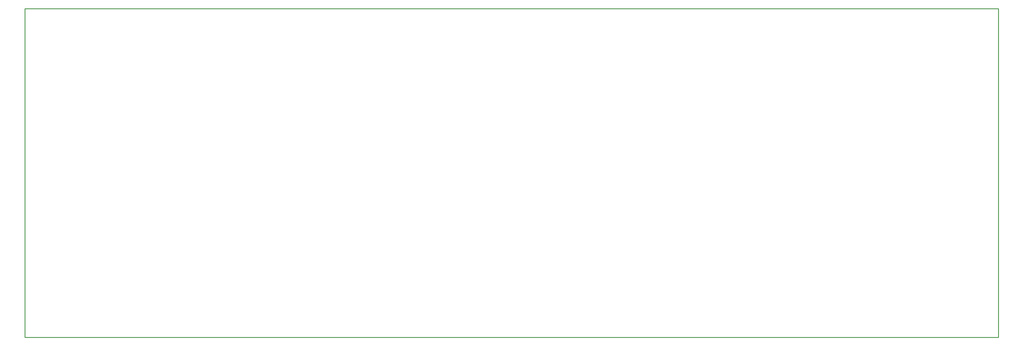
<source format=gko>
G04*
G04 #@! TF.GenerationSoftware,Altium Limited,Altium Designer,23.7.1 (13)*
G04*
G04 Layer_Color=16711935*
%FSLAX44Y44*%
%MOMM*%
G71*
G04*
G04 #@! TF.SameCoordinates,0223C93B-7FE2-4649-842A-E085946BCD85*
G04*
G04*
G04 #@! TF.FilePolarity,Positive*
G04*
G01*
G75*
%ADD11C,0.2540*%
D11*
Y114300D02*
X3048000D01*
X0Y1143000D02*
X3048000D01*
Y114300D02*
Y1143000D01*
X0Y114300D02*
Y1143000D01*
M02*

</source>
